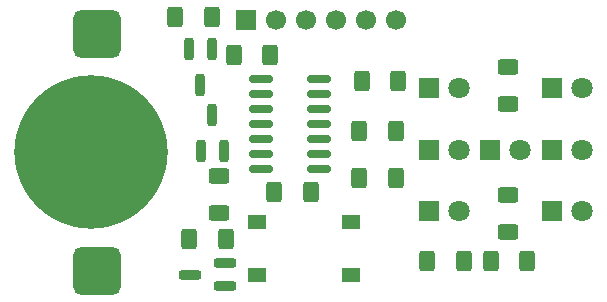
<source format=gts>
G04 #@! TF.GenerationSoftware,KiCad,Pcbnew,9.0.1*
G04 #@! TF.CreationDate,2025-09-23T20:38:02+02:00*
G04 #@! TF.ProjectId,kostka-smd,6b6f7374-6b61-42d7-936d-642e6b696361,1*
G04 #@! TF.SameCoordinates,Original*
G04 #@! TF.FileFunction,Soldermask,Top*
G04 #@! TF.FilePolarity,Negative*
%FSLAX46Y46*%
G04 Gerber Fmt 4.6, Leading zero omitted, Abs format (unit mm)*
G04 Created by KiCad (PCBNEW 9.0.1) date 2025-09-23 20:38:02*
%MOMM*%
%LPD*%
G01*
G04 APERTURE LIST*
G04 Aperture macros list*
%AMRoundRect*
0 Rectangle with rounded corners*
0 $1 Rounding radius*
0 $2 $3 $4 $5 $6 $7 $8 $9 X,Y pos of 4 corners*
0 Add a 4 corners polygon primitive as box body*
4,1,4,$2,$3,$4,$5,$6,$7,$8,$9,$2,$3,0*
0 Add four circle primitives for the rounded corners*
1,1,$1+$1,$2,$3*
1,1,$1+$1,$4,$5*
1,1,$1+$1,$6,$7*
1,1,$1+$1,$8,$9*
0 Add four rect primitives between the rounded corners*
20,1,$1+$1,$2,$3,$4,$5,0*
20,1,$1+$1,$4,$5,$6,$7,0*
20,1,$1+$1,$6,$7,$8,$9,0*
20,1,$1+$1,$8,$9,$2,$3,0*%
G04 Aperture macros list end*
%ADD10RoundRect,0.250000X0.625000X-0.400000X0.625000X0.400000X-0.625000X0.400000X-0.625000X-0.400000X0*%
%ADD11RoundRect,0.150000X-0.825000X-0.150000X0.825000X-0.150000X0.825000X0.150000X-0.825000X0.150000X0*%
%ADD12RoundRect,0.250000X0.400000X0.625000X-0.400000X0.625000X-0.400000X-0.625000X0.400000X-0.625000X0*%
%ADD13RoundRect,0.200000X0.200000X-0.750000X0.200000X0.750000X-0.200000X0.750000X-0.200000X-0.750000X0*%
%ADD14RoundRect,0.250000X-0.400000X-0.625000X0.400000X-0.625000X0.400000X0.625000X-0.400000X0.625000X0*%
%ADD15R,1.800000X1.800000*%
%ADD16C,1.800000*%
%ADD17R,1.550000X1.300000*%
%ADD18RoundRect,0.200000X-0.200000X0.750000X-0.200000X-0.750000X0.200000X-0.750000X0.200000X0.750000X0*%
%ADD19R,1.700000X1.700000*%
%ADD20C,1.700000*%
%ADD21RoundRect,0.600000X1.400000X-1.400000X1.400000X1.400000X-1.400000X1.400000X-1.400000X-1.400000X0*%
%ADD22C,13.000000*%
%ADD23RoundRect,0.200000X0.750000X0.200000X-0.750000X0.200000X-0.750000X-0.200000X0.750000X-0.200000X0*%
G04 APERTURE END LIST*
D10*
X179600000Y-88550000D03*
X179600000Y-85450000D03*
D11*
X158725000Y-86390000D03*
X158725000Y-87660000D03*
X158725000Y-88930000D03*
X158725000Y-90200000D03*
X158725000Y-91470000D03*
X158725000Y-92740000D03*
X158725000Y-94010000D03*
X163675000Y-94010000D03*
X163675000Y-92740000D03*
X163675000Y-91470000D03*
X163675000Y-90200000D03*
X163675000Y-88930000D03*
X163675000Y-87660000D03*
X163675000Y-86390000D03*
D10*
X179600000Y-99350000D03*
X179600000Y-96250000D03*
D12*
X170150000Y-90800000D03*
X167050000Y-90800000D03*
D13*
X153650000Y-92500000D03*
X155550000Y-92500000D03*
X154600000Y-89500000D03*
D12*
X159500000Y-84400000D03*
X156400000Y-84400000D03*
D14*
X151450000Y-81200000D03*
X154550000Y-81200000D03*
D12*
X162950000Y-96000000D03*
X159850000Y-96000000D03*
D15*
X172930000Y-87200000D03*
D16*
X175470000Y-87200000D03*
D12*
X155750000Y-100000000D03*
X152650000Y-100000000D03*
D15*
X183330000Y-92400000D03*
D16*
X185870000Y-92400000D03*
D12*
X175880000Y-101800000D03*
X172780000Y-101800000D03*
D17*
X166380000Y-103050000D03*
X158420000Y-103050000D03*
X166380000Y-98550000D03*
X158420000Y-98550000D03*
D15*
X172930000Y-97600000D03*
D16*
X175470000Y-97600000D03*
D15*
X183330000Y-87200000D03*
D16*
X185870000Y-87200000D03*
D18*
X154550000Y-83900000D03*
X152650000Y-83900000D03*
X153600000Y-86900000D03*
D19*
X157450000Y-81400000D03*
D20*
X159990000Y-81400000D03*
X162530000Y-81400000D03*
X165070000Y-81400000D03*
X167610000Y-81400000D03*
X170150000Y-81400000D03*
D15*
X172930000Y-92400000D03*
D16*
X175470000Y-92400000D03*
D10*
X155200000Y-97750000D03*
X155200000Y-94650000D03*
D12*
X170350000Y-86600000D03*
X167250000Y-86600000D03*
D15*
X183330000Y-97600000D03*
D16*
X185870000Y-97600000D03*
D21*
X144800000Y-102700000D03*
X144800000Y-82600000D03*
D22*
X144350000Y-92650000D03*
D12*
X181280000Y-101800000D03*
X178180000Y-101800000D03*
D15*
X178130000Y-92400000D03*
D16*
X180670000Y-92400000D03*
D23*
X155700000Y-103950000D03*
X155700000Y-102050000D03*
X152700000Y-103000000D03*
D12*
X170150000Y-94800000D03*
X167050000Y-94800000D03*
M02*

</source>
